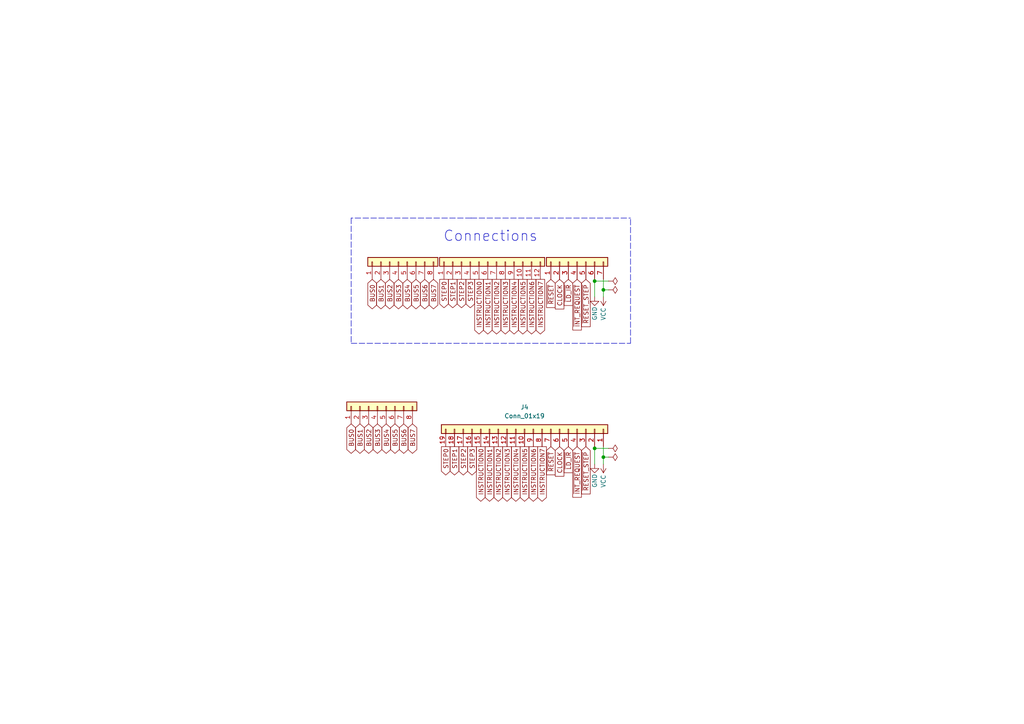
<source format=kicad_sch>
(kicad_sch (version 20211123) (generator eeschema)
  (paper "A4")
  (lib_symbols
    (symbol "Connector_Generic:Conn_01x07" (pin_names (offset 1.016) hide)
      (property "Reference" "J" (at 0 10.16 0))
      (property "Value" "Conn_01x07" (at 0 -10.16 0))
      (symbol "Conn_01x07_1_1"
        (rectangle (start -1.27 -7.493) (end 0 -7.747) (stroke (width 0.1524)))
        (rectangle (start -1.27 -4.953) (end 0 -5.207) (stroke (width 0.1524)))
        (rectangle (start -1.27 -2.413) (end 0 -2.667) (stroke (width 0.1524)))
        (rectangle (start -1.27 0.127) (end 0 -0.127) (stroke (width 0.1524)))
        (rectangle (start -1.27 2.667) (end 0 2.413) (stroke (width 0.1524)))
        (rectangle (start -1.27 5.207) (end 0 4.953) (stroke (width 0.1524)))
        (rectangle (start -1.27 7.747) (end 0 7.493) (stroke (width 0.1524)))
        (rectangle (start -1.27 8.89) (end 1.27 -8.89) (stroke (width 0.254)) (fill (type background)))
        (pin passive line (at -5.08 7.62 0) (length 3.81) (name "Pin_1") (number "1"))
        (pin passive line (at -5.08 5.08 0) (length 3.81) (name "Pin_2") (number "2"))
        (pin passive line (at -5.08 2.54 0) (length 3.81) (name "Pin_3") (number "3"))
        (pin passive line (at -5.08 0 0) (length 3.81) (name "Pin_4") (number "4"))
        (pin passive line (at -5.08 -2.54 0) (length 3.81) (name "Pin_5") (number "5"))
        (pin passive line (at -5.08 -5.08 0) (length 3.81) (name "Pin_6") (number "6"))
        (pin passive line (at -5.08 -7.62 0) (length 3.81) (name "Pin_7") (number "7"))
      )
    )
    (symbol "Connector_Generic:Conn_01x08" (pin_names (offset 1.016) hide)
      (property "Reference" "J" (at 0 10.16 0))
      (property "Value" "Conn_01x08" (at 0 -12.7 0))
      (symbol "Conn_01x08_1_1"
        (rectangle (start -1.27 -10.033) (end 0 -10.287) (stroke (width 0.1524)))
        (rectangle (start -1.27 -7.493) (end 0 -7.747) (stroke (width 0.1524)))
        (rectangle (start -1.27 -4.953) (end 0 -5.207) (stroke (width 0.1524)))
        (rectangle (start -1.27 -2.413) (end 0 -2.667) (stroke (width 0.1524)))
        (rectangle (start -1.27 0.127) (end 0 -0.127) (stroke (width 0.1524)))
        (rectangle (start -1.27 2.667) (end 0 2.413) (stroke (width 0.1524)))
        (rectangle (start -1.27 5.207) (end 0 4.953) (stroke (width 0.1524)))
        (rectangle (start -1.27 7.747) (end 0 7.493) (stroke (width 0.1524)))
        (rectangle (start -1.27 8.89) (end 1.27 -11.43) (stroke (width 0.254)) (fill (type background)))
        (pin passive line (at -5.08 7.62 0) (length 3.81) (name "Pin_1") (number "1"))
        (pin passive line (at -5.08 5.08 0) (length 3.81) (name "Pin_2") (number "2"))
        (pin passive line (at -5.08 2.54 0) (length 3.81) (name "Pin_3") (number "3"))
        (pin passive line (at -5.08 0 0) (length 3.81) (name "Pin_4") (number "4"))
        (pin passive line (at -5.08 -2.54 0) (length 3.81) (name "Pin_5") (number "5"))
        (pin passive line (at -5.08 -5.08 0) (length 3.81) (name "Pin_6") (number "6"))
        (pin passive line (at -5.08 -7.62 0) (length 3.81) (name "Pin_7") (number "7"))
        (pin passive line (at -5.08 -10.16 0) (length 3.81) (name "Pin_8") (number "8"))
      )
    )
    (symbol "Connector_Generic:Conn_01x12" (pin_names (offset 1.016) hide)
      (property "Reference" "J" (at 0 15.24 0))
      (property "Value" "Conn_01x12" (at 0 -17.78 0))
      (symbol "Conn_01x12_1_1"
        (rectangle (start -1.27 -15.113) (end 0 -15.367) (stroke (width 0.1524)))
        (rectangle (start -1.27 -12.573) (end 0 -12.827) (stroke (width 0.1524)))
        (rectangle (start -1.27 -10.033) (end 0 -10.287) (stroke (width 0.1524)))
        (rectangle (start -1.27 -7.493) (end 0 -7.747) (stroke (width 0.1524)))
        (rectangle (start -1.27 -4.953) (end 0 -5.207) (stroke (width 0.1524)))
        (rectangle (start -1.27 -2.413) (end 0 -2.667) (stroke (width 0.1524)))
        (rectangle (start -1.27 0.127) (end 0 -0.127) (stroke (width 0.1524)))
        (rectangle (start -1.27 2.667) (end 0 2.413) (stroke (width 0.1524)))
        (rectangle (start -1.27 5.207) (end 0 4.953) (stroke (width 0.1524)))
        (rectangle (start -1.27 7.747) (end 0 7.493) (stroke (width 0.1524)))
        (rectangle (start -1.27 10.287) (end 0 10.033) (stroke (width 0.1524)))
        (rectangle (start -1.27 12.827) (end 0 12.573) (stroke (width 0.1524)))
        (rectangle (start -1.27 13.97) (end 1.27 -16.51) (stroke (width 0.254)) (fill (type background)))
        (pin passive line (at -5.08 12.7 0) (length 3.81) (name "Pin_1") (number "1"))
        (pin passive line (at -5.08 -10.16 0) (length 3.81) (name "Pin_10") (number "10"))
        (pin passive line (at -5.08 -12.7 0) (length 3.81) (name "Pin_11") (number "11"))
        (pin passive line (at -5.08 -15.24 0) (length 3.81) (name "Pin_12") (number "12"))
        (pin passive line (at -5.08 10.16 0) (length 3.81) (name "Pin_2") (number "2"))
        (pin passive line (at -5.08 7.62 0) (length 3.81) (name "Pin_3") (number "3"))
        (pin passive line (at -5.08 5.08 0) (length 3.81) (name "Pin_4") (number "4"))
        (pin passive line (at -5.08 2.54 0) (length 3.81) (name "Pin_5") (number "5"))
        (pin passive line (at -5.08 0 0) (length 3.81) (name "Pin_6") (number "6"))
        (pin passive line (at -5.08 -2.54 0) (length 3.81) (name "Pin_7") (number "7"))
        (pin passive line (at -5.08 -5.08 0) (length 3.81) (name "Pin_8") (number "8"))
        (pin passive line (at -5.08 -7.62 0) (length 3.81) (name "Pin_9") (number "9"))
      )
    )
    (symbol "Connector_Generic:Conn_01x19" (pin_names (offset 1.016) hide)
      (property "Reference" "J" (at 0 25.4 0))
      (property "Value" "Conn_01x19" (at 0 -25.4 0))
      (symbol "Conn_01x19_1_1"
        (rectangle (start -1.27 -22.733) (end 0 -22.987) (stroke (width 0.1524)))
        (rectangle (start -1.27 -20.193) (end 0 -20.447) (stroke (width 0.1524)))
        (rectangle (start -1.27 -17.653) (end 0 -17.907) (stroke (width 0.1524)))
        (rectangle (start -1.27 -15.113) (end 0 -15.367) (stroke (width 0.1524)))
        (rectangle (start -1.27 -12.573) (end 0 -12.827) (stroke (width 0.1524)))
        (rectangle (start -1.27 -10.033) (end 0 -10.287) (stroke (width 0.1524)))
        (rectangle (start -1.27 -7.493) (end 0 -7.747) (stroke (width 0.1524)))
        (rectangle (start -1.27 -4.953) (end 0 -5.207) (stroke (width 0.1524)))
        (rectangle (start -1.27 -2.413) (end 0 -2.667) (stroke (width 0.1524)))
        (rectangle (start -1.27 0.127) (end 0 -0.127) (stroke (width 0.1524)))
        (rectangle (start -1.27 2.667) (end 0 2.413) (stroke (width 0.1524)))
        (rectangle (start -1.27 5.207) (end 0 4.953) (stroke (width 0.1524)))
        (rectangle (start -1.27 7.747) (end 0 7.493) (stroke (width 0.1524)))
        (rectangle (start -1.27 10.287) (end 0 10.033) (stroke (width 0.1524)))
        (rectangle (start -1.27 12.827) (end 0 12.573) (stroke (width 0.1524)))
        (rectangle (start -1.27 15.367) (end 0 15.113) (stroke (width 0.1524)))
        (rectangle (start -1.27 17.907) (end 0 17.653) (stroke (width 0.1524)))
        (rectangle (start -1.27 20.447) (end 0 20.193) (stroke (width 0.1524)))
        (rectangle (start -1.27 22.987) (end 0 22.733) (stroke (width 0.1524)))
        (rectangle (start -1.27 24.13) (end 1.27 -24.13) (stroke (width 0.254)) (fill (type background)))
        (pin passive line (at -5.08 22.86 0) (length 3.81) (name "Pin_1") (number "1"))
        (pin passive line (at -5.08 0 0) (length 3.81) (name "Pin_10") (number "10"))
        (pin passive line (at -5.08 -2.54 0) (length 3.81) (name "Pin_11") (number "11"))
        (pin passive line (at -5.08 -5.08 0) (length 3.81) (name "Pin_12") (number "12"))
        (pin passive line (at -5.08 -7.62 0) (length 3.81) (name "Pin_13") (number "13"))
        (pin passive line (at -5.08 -10.16 0) (length 3.81) (name "Pin_14") (number "14"))
        (pin passive line (at -5.08 -12.7 0) (length 3.81) (name "Pin_15") (number "15"))
        (pin passive line (at -5.08 -15.24 0) (length 3.81) (name "Pin_16") (number "16"))
        (pin passive line (at -5.08 -17.78 0) (length 3.81) (name "Pin_17") (number "17"))
        (pin passive line (at -5.08 -20.32 0) (length 3.81) (name "Pin_18") (number "18"))
        (pin passive line (at -5.08 -22.86 0) (length 3.81) (name "Pin_19") (number "19"))
        (pin passive line (at -5.08 20.32 0) (length 3.81) (name "Pin_2") (number "2"))
        (pin passive line (at -5.08 17.78 0) (length 3.81) (name "Pin_3") (number "3"))
        (pin passive line (at -5.08 15.24 0) (length 3.81) (name "Pin_4") (number "4"))
        (pin passive line (at -5.08 12.7 0) (length 3.81) (name "Pin_5") (number "5"))
        (pin passive line (at -5.08 10.16 0) (length 3.81) (name "Pin_6") (number "6"))
        (pin passive line (at -5.08 7.62 0) (length 3.81) (name "Pin_7") (number "7"))
        (pin passive line (at -5.08 5.08 0) (length 3.81) (name "Pin_8") (number "8"))
        (pin passive line (at -5.08 2.54 0) (length 3.81) (name "Pin_9") (number "9"))
      )
    )
    (symbol "power:GND" (power) (pin_names (offset 0))
      (property "Value" "GND" (at 0 -3.81 0))
      (symbol "GND_0_1"
        (polyline (pts (xy 0 0) (xy 0 -1.27) (xy 1.27 -1.27) (xy 0 -2.54) (xy -1.27 -1.27) (xy 0 -1.27)))
      )
      (symbol "GND_1_1"
        (pin power_in line (at 0 0 270) (length 0) hide (name "GND") (number "1"))
      )
    )
    (symbol "power:PWR_FLAG" (power) (pin_numbers hide) (pin_names (offset 0) hide)
      (property "Value" "PWR_FLAG" (at 0 3.81 0))
      (symbol "PWR_FLAG_0_0"
        (pin power_out line (at 0 0 90) (length 0) (name "pwr") (number "1"))
      )
      (symbol "PWR_FLAG_0_1"
        (polyline (pts (xy 0 0) (xy 0 1.27) (xy -1.016 1.905) (xy 0 2.54) (xy 1.016 1.905) (xy 0 1.27)))
      )
    )
    (symbol "power:VCC" (power) (pin_names (offset 0))
      (property "Value" "VCC" (at 0 3.81 0))
      (symbol "VCC_0_1"
        (polyline (pts (xy -0.762 1.27) (xy 0 2.54)))
        (polyline (pts (xy 0 0) (xy 0 2.54)))
        (polyline (pts (xy 0 2.54) (xy 0.762 1.27)))
      )
      (symbol "VCC_1_1"
        (pin power_in line (at 0 0 90) (length 0) hide (name "VCC") (number "1"))
      )
    )
  )
  (junction (at 172.466 130.048))
  (junction (at 175.006 132.588))
  (junction (at 172.466 81.534))
  (junction (at 175.006 84.074))
  (wire (pts (xy 175.006 84.074) (xy 175.006 81.026)))
  (wire (pts (xy 175.006 84.074) (xy 176.53 84.074)))
  (wire (pts (xy 172.466 81.534) (xy 176.53 81.534)))
  (polyline (pts (xy 182.88 99.568) (xy 182.88 63.246)))
  (polyline (pts (xy 101.854 99.568) (xy 182.88 99.568)))
  (wire (pts (xy 175.006 86.106) (xy 175.006 84.074)))
  (polyline (pts (xy 136.652 63.246) (xy 101.854 63.246)))
  (wire (pts (xy 172.466 81.534) (xy 172.466 81.026)))
  (wire (pts (xy 172.466 86.106) (xy 172.466 81.534)))
  (wire (pts (xy 172.466 130.048) (xy 172.466 134.62)))
  (wire (pts (xy 172.466 129.54) (xy 172.466 130.048)))
  (polyline (pts (xy 101.854 63.246) (xy 101.854 99.568)))
  (wire (pts (xy 175.006 132.588) (xy 175.006 129.54)))
  (wire (pts (xy 175.006 132.588) (xy 176.53 132.588)))
  (wire (pts (xy 175.006 134.62) (xy 175.006 132.588)))
  (wire (pts (xy 172.466 130.048) (xy 176.53 130.048)))
  (polyline (pts (xy 136.652 63.246) (xy 182.88 63.246)))
  (text "Connections" (at 128.524 70.358 0) (effects (font (size 3 3)) (justify left bottom)))
  (global_label "INSTRUCTION6" (shape output) (at 154.686 129.54 270) (property "Intersheet References" "${INTERSHEET_REFS}" (effects hide)))
  (global_label "INSTRUCTION6" (shape output) (at 154.178 81.026 270) (property "Intersheet References" "${INTERSHEET_REFS}" (effects hide)))
  (global_label "~{LD_IR}" (shape input) (at 164.846 81.026 270) (property "Intersheet References" "${INTERSHEET_REFS}" (effects hide)))
  (global_label "INSTRUCTION0" (shape output) (at 138.938 81.026 270) (property "Intersheet References" "${INTERSHEET_REFS}" (effects hide)))
  (global_label "BUS5" (shape tri_state) (at 120.65 81.026 270) (property "Intersheet References" "${INTERSHEET_REFS}" (effects hide)))
  (global_label "~{LD_IR}" (shape input) (at 164.846 129.54 270) (property "Intersheet References" "${INTERSHEET_REFS}" (effects hide)))
  (global_label "INSTRUCTION7" (shape output) (at 157.226 129.54 270) (property "Intersheet References" "${INTERSHEET_REFS}" (effects hide)))
  (global_label "STEP2" (shape output) (at 133.858 81.026 270) (property "Intersheet References" "${INTERSHEET_REFS}" (effects hide)))
  (global_label "STEP3" (shape output) (at 136.906 129.54 270) (property "Intersheet References" "${INTERSHEET_REFS}" (effects hide)))
  (global_label "CLOCK" (shape input) (at 162.306 81.026 270) (property "Intersheet References" "${INTERSHEET_REFS}" (effects hide)))
  (global_label "INSTRUCTION5" (shape output) (at 152.146 129.54 270) (property "Intersheet References" "${INTERSHEET_REFS}" (effects hide)))
  (global_label "BUS6" (shape tri_state) (at 123.19 81.026 270) (property "Intersheet References" "${INTERSHEET_REFS}" (effects hide)))
  (global_label "INSTRUCTION3" (shape output) (at 147.066 129.54 270) (property "Intersheet References" "${INTERSHEET_REFS}" (effects hide)))
  (global_label "BUS7" (shape tri_state) (at 119.634 122.936 270) (property "Intersheet References" "${INTERSHEET_REFS}" (effects hide)))
  (global_label "BUS2" (shape tri_state) (at 106.934 122.936 270) (property "Intersheet References" "${INTERSHEET_REFS}" (effects hide)))
  (global_label "STEP1" (shape output) (at 131.826 129.54 270) (property "Intersheet References" "${INTERSHEET_REFS}" (effects hide)))
  (global_label "INSTRUCTION2" (shape output) (at 144.526 129.54 270) (property "Intersheet References" "${INTERSHEET_REFS}" (effects hide)))
  (global_label "STEP3" (shape output) (at 136.398 81.026 270) (property "Intersheet References" "${INTERSHEET_REFS}" (effects hide)))
  (global_label "BUS1" (shape tri_state) (at 104.394 122.936 270) (property "Intersheet References" "${INTERSHEET_REFS}" (effects hide)))
  (global_label "~{RESET}" (shape input) (at 159.766 81.026 270) (property "Intersheet References" "${INTERSHEET_REFS}" (effects hide)))
  (global_label "INSTRUCTION2" (shape output) (at 144.018 81.026 270) (property "Intersheet References" "${INTERSHEET_REFS}" (effects hide)))
  (global_label "STEP2" (shape output) (at 134.366 129.54 270) (property "Intersheet References" "${INTERSHEET_REFS}" (effects hide)))
  (global_label "CLOCK" (shape input) (at 162.306 129.54 270) (property "Intersheet References" "${INTERSHEET_REFS}" (effects hide)))
  (global_label "BUS3" (shape tri_state) (at 115.57 81.026 270) (property "Intersheet References" "${INTERSHEET_REFS}" (effects hide)))
  (global_label "BUS3" (shape tri_state) (at 109.474 122.936 270) (property "Intersheet References" "${INTERSHEET_REFS}" (effects hide)))
  (global_label "~{RESET_STEP}" (shape input) (at 169.926 129.54 270) (property "Intersheet References" "${INTERSHEET_REFS}" (effects hide)))
  (global_label "BUS6" (shape tri_state) (at 117.094 122.936 270) (property "Intersheet References" "${INTERSHEET_REFS}" (effects hide)))
  (global_label "STEP1" (shape output) (at 131.318 81.026 270) (property "Intersheet References" "${INTERSHEET_REFS}" (effects hide)))
  (global_label "INSTRUCTION0" (shape output) (at 139.446 129.54 270) (property "Intersheet References" "${INTERSHEET_REFS}" (effects hide)))
  (global_label "INSTRUCTION1" (shape output) (at 141.478 81.026 270) (property "Intersheet References" "${INTERSHEET_REFS}" (effects hide)))
  (global_label "INSTRUCTION4" (shape output) (at 149.606 129.54 270) (property "Intersheet References" "${INTERSHEET_REFS}" (effects hide)))
  (global_label "BUS1" (shape tri_state) (at 110.49 81.026 270) (property "Intersheet References" "${INTERSHEET_REFS}" (effects hide)))
  (global_label "STEP0" (shape output) (at 128.778 81.026 270) (property "Intersheet References" "${INTERSHEET_REFS}" (effects hide)))
  (global_label "~{RESET_STEP}" (shape input) (at 169.926 81.026 270) (property "Intersheet References" "${INTERSHEET_REFS}" (effects hide)))
  (global_label "BUS0" (shape tri_state) (at 101.854 122.936 270) (property "Intersheet References" "${INTERSHEET_REFS}" (effects hide)))
  (global_label "BUS0" (shape tri_state) (at 107.95 81.026 270) (property "Intersheet References" "${INTERSHEET_REFS}" (effects hide)))
  (global_label "~{INT_REQUEST}" (shape input) (at 167.386 81.026 270) (property "Intersheet References" "${INTERSHEET_REFS}" (effects hide)))
  (global_label "STEP0" (shape output) (at 129.286 129.54 270) (property "Intersheet References" "${INTERSHEET_REFS}" (effects hide)))
  (global_label "INSTRUCTION4" (shape output) (at 149.098 81.026 270) (property "Intersheet References" "${INTERSHEET_REFS}" (effects hide)))
  (global_label "INSTRUCTION5" (shape output) (at 151.638 81.026 270) (property "Intersheet References" "${INTERSHEET_REFS}" (effects hide)))
  (global_label "BUS2" (shape tri_state) (at 113.03 81.026 270) (property "Intersheet References" "${INTERSHEET_REFS}" (effects hide)))
  (global_label "INSTRUCTION1" (shape output) (at 141.986 129.54 270) (property "Intersheet References" "${INTERSHEET_REFS}" (effects hide)))
  (global_label "~{INT_REQUEST}" (shape input) (at 167.386 129.54 270) (property "Intersheet References" "${INTERSHEET_REFS}" (effects hide)))
  (global_label "BUS4" (shape tri_state) (at 112.014 122.936 270) (property "Intersheet References" "${INTERSHEET_REFS}" (effects hide)))
  (global_label "BUS5" (shape tri_state) (at 114.554 122.936 270) (property "Intersheet References" "${INTERSHEET_REFS}" (effects hide)))
  (global_label "BUS4" (shape tri_state) (at 118.11 81.026 270) (property "Intersheet References" "${INTERSHEET_REFS}" (effects hide)))
  (global_label "BUS7" (shape tri_state) (at 125.73 81.026 270) (property "Intersheet References" "${INTERSHEET_REFS}" (effects hide)))
  (global_label "~{RESET}" (shape input) (at 159.766 129.54 270) (property "Intersheet References" "${INTERSHEET_REFS}" (effects hide)))
  (global_label "INSTRUCTION3" (shape output) (at 146.558 81.026 270) (property "Intersheet References" "${INTERSHEET_REFS}" (effects hide)))
  (global_label "INSTRUCTION7" (shape output) (at 156.718 81.026 270) (property "Intersheet References" "${INTERSHEET_REFS}" (effects hide)))
  (symbol (lib_id "power:PWR_FLAG") (at 176.53 132.588 270) (unit 1)
    (property "Reference" "#FLG04" (effects hide))
    (property "Value" "PWR_FLAG" (effects hide))
  )
  (symbol (lib_id "Connector_Generic:Conn_01x07") (at 167.386 75.946 90) (unit 1)
    (property "Reference" "J5" (effects hide))
    (property "Value" "Conn_01x07" (effects hide))
    (property "Footprint" "Connector_PinSocket_2.54mm:PinSocket_1x07_P2.54mm_Vertical" (effects hide))
  )
  (symbol (lib_id "power:PWR_FLAG") (at 176.53 81.534 270) (unit 1)
    (property "Reference" "#FLG01" (effects hide))
    (property "Value" "PWR_FLAG" (effects hide))
  )
  (symbol (lib_id "power:PWR_FLAG") (at 176.53 130.048 270) (unit 1)
    (property "Reference" "#FLG03" (effects hide))
    (property "Value" "PWR_FLAG" (effects hide))
  )
  (symbol (lib_id "power:PWR_FLAG") (at 176.53 84.074 270) (unit 1)
    (property "Reference" "#FLG02" (effects hide))
    (property "Value" "PWR_FLAG" (effects hide))
  )
  (symbol (lib_id "power:GND") (at 172.466 86.106 0) (unit 1)
    (property "Reference" "#PWR01" (effects hide))
    (property "Value" "GND" (at 172.466 90.932 90))
  )
  (symbol (lib_id "Connector_Generic:Conn_01x12") (at 141.478 75.946 90) (unit 1)
    (property "Reference" "J3" (effects hide))
    (property "Value" "Conn_01x12" (effects hide))
    (property "Footprint" "Connector_PinSocket_2.54mm:PinSocket_1x12_P2.54mm_Vertical" (effects hide))
  )
  (symbol (lib_id "Connector_Generic:Conn_01x19") (at 152.146 124.46 270) (mirror x) (unit 1)
    (property "Reference" "J4" (at 152.146 118.11 90))
    (property "Value" "Conn_01x19" (at 152.146 120.65 90))
    (property "Footprint" "Connector_PinHeader_2.54mm:PinHeader_1x19_P2.54mm_Horizontal" (effects hide))
  )
  (symbol (lib_id "Connector_Generic:Conn_01x08") (at 109.474 117.856 90) (unit 1)
    (property "Reference" "J1" (effects hide))
    (property "Value" "Conn_01x08" (effects hide))
    (property "Footprint" "Connector_PinHeader_2.54mm:PinHeader_1x08_P2.54mm_Vertical" (effects hide))
  )
  (symbol (lib_id "power:VCC") (at 175.006 134.62 180) (unit 1)
    (property "Reference" "#PWR04" (effects hide))
    (property "Value" "VCC" (at 175.006 137.668 90) (effects (justify left)))
  )
  (symbol (lib_id "power:GND") (at 172.466 134.62 0) (unit 1)
    (property "Reference" "#PWR02" (effects hide))
    (property "Value" "GND" (at 172.466 139.446 90))
  )
  (symbol (lib_id "power:VCC") (at 175.006 86.106 180) (unit 1)
    (property "Reference" "#PWR03" (effects hide))
    (property "Value" "VCC" (at 175.006 89.154 90) (effects (justify left)))
  )
  (symbol (lib_id "Connector_Generic:Conn_01x08") (at 115.57 75.946 90) (unit 1)
    (property "Reference" "J2" (effects hide))
    (property "Value" "Conn_01x08" (effects hide))
    (property "Footprint" "Connector_PinSocket_2.54mm:PinSocket_1x08_P2.54mm_Vertical" (effects hide))
  )
)
</source>
